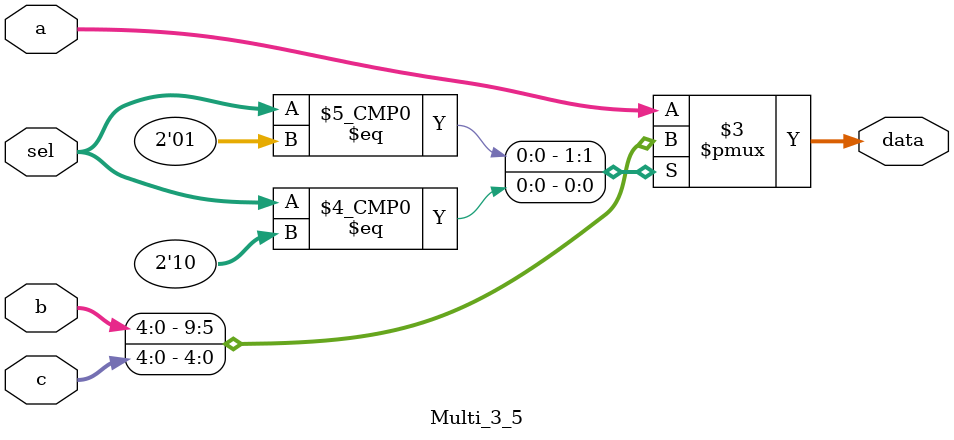
<source format=v>
module Multi_3_5(
	input [4:0]a,
	input [4:0]b,
	input [4:0]c,
	input [1:0] sel,
	output reg [4:0]data
);

	always@(*)
	begin
		case(sel)
			2'd0: data = a;
			2'd1: data = b;
			2'd2: data = c;
			default: data = a;
		endcase
	end

endmodule
</source>
